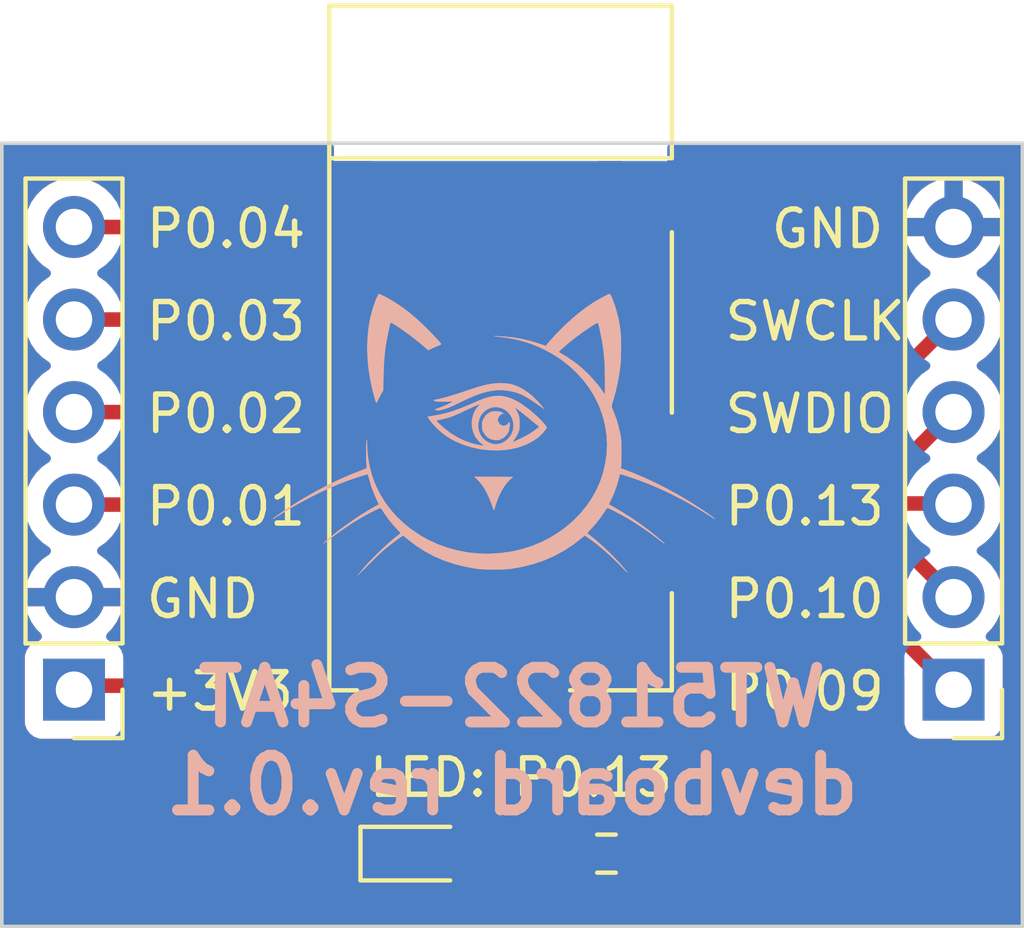
<source format=kicad_pcb>
(kicad_pcb (version 20240108) (generator "pcbnew") (generator_version "8.0")
  (title_block (title "WT51822-S4AT development board") (date "2024-05-29") (rev "0.1") (company "Yuri Volkov"))
  (layers (0 "F.Cu" signal) (31 "B.Cu" signal) (34 "B.Paste" user) (35 "F.Paste" user) (36 "B.SilkS" user "B.Silkscreen") (37 "F.SilkS" user "F.Silkscreen") (38 "B.Mask" user) (39 "F.Mask" user) (44 "Edge.Cuts" user))
  (net 0 "")
  (net 1 "Net-(J1-Pin_5)")
  (net 2 "Net-(J1-Pin_4)")
  (net 3 "Net-(J1-Pin_3)")
  (net 4 "Net-(J1-Pin_6)")
  (net 5 "Net-(J2-Pin_4)")
  (net 6 "Net-(J2-Pin_3)")
  (net 7 "Net-(J2-Pin_2)")
  (net 8 "Net-(J2-Pin_5)")
  (net 9 "Net-(J2-Pin_1)")
  (net 10 "Net-(D1-A)")
  (net 11 "GND")
  (net 12 "+3.3V")
  (footprint "Connector_PinHeader_2.54mm:PinHeader_1x06_P2.54mm_Vertical" (layer "F.Cu") (at 93.98 63.5 180)
    (property "Reference" "J1" (hide yes))
    (property "Value" "Conn_01x06_Male" (hide yes))
    (fp_line (start 1.33 1.27) (end 1.33 14.03) (stroke (width 0.12)) (layer "F.SilkS"))
    (fp_line (start -1.33 14.03) (end 1.33 14.03) (stroke (width 0.12)) (layer "F.SilkS"))
    (fp_line (start -1.33 1.27) (end 1.33 1.27) (stroke (width 0.12)) (layer "F.SilkS"))
    (fp_line (start -1.33 1.27) (end -1.33 14.03) (stroke (width 0.12)) (layer "F.SilkS"))
    (fp_line (start -1.33 0) (end -1.33 -1.33) (stroke (width 0.12)) (layer "F.SilkS"))
    (fp_line (start -1.33 -1.33) (end 0 -1.33) (stroke (width 0.12)) (layer "F.SilkS"))
    (pad "1" thru_hole rect (at 0 0 180) (size 1.7 1.7) (drill 1) (layers "*.Cu" "*.Mask") (net 12 "+3.3V"))
    (pad "2" thru_hole oval (at 0 2.54 180) (size 1.7 1.7) (drill 1) (layers "*.Cu" "*.Mask") (net 11 "GND"))
    (pad "3" thru_hole oval (at 0 5.08 180) (size 1.7 1.7) (drill 1) (layers "*.Cu" "*.Mask") (net 3 "Net-(J1-Pin_3)"))
    (pad "4" thru_hole oval (at 0 7.62 180) (size 1.7 1.7) (drill 1) (layers "*.Cu" "*.Mask") (net 2 "Net-(J1-Pin_4)"))
    (pad "5" thru_hole oval (at 0 10.16 180) (size 1.7 1.7) (drill 1) (layers "*.Cu" "*.Mask") (net 1 "Net-(J1-Pin_5)"))
    (pad "6" thru_hole oval (at 0 12.7 180) (size 1.7 1.7) (drill 1) (layers "*.Cu" "*.Mask") (net 4 "Net-(J1-Pin_6)"))
  )
  (footprint "Resistor_SMD:R_0603_1608Metric_Pad0.98x0.95mm_HandSolder" (layer "F.Cu") (at 108.5875 68 180)
    (property "Reference" "R1" (hide yes))
    (property "Value" "6.8k" (hide yes))
    (fp_line (start -0.254724 0.5225) (end 0.254724 0.5225) (stroke (width 0.12)) (layer "F.SilkS"))
    (fp_line (start -0.254724 -0.5225) (end 0.254724 -0.5225) (stroke (width 0.12)) (layer "F.SilkS"))
    (pad "1" smd roundrect (at -0.9125 0 180) (size 0.975 0.95) (layers "F.Cu" "F.Paste" "F.Mask") (net 6 "Net-(J2-Pin_3)"))
    (pad "2" smd roundrect (at 0.9125 0 180) (size 0.975 0.95) (layers "F.Cu" "F.Paste" "F.Mask") (net 10 "Net-(D1-A)"))
  )
  (footprint "Connector_PinHeader_2.54mm:PinHeader_1x06_P2.54mm_Vertical" (layer "F.Cu") (at 118.11 63.5 180)
    (property "Reference" "J2" (hide yes))
    (property "Value" "Conn_01x06_Male" (hide yes))
    (fp_line (start 1.33 1.27) (end 1.33 14.03) (stroke (width 0.12)) (layer "F.SilkS"))
    (fp_line (start -1.33 14.03) (end 1.33 14.03) (stroke (width 0.12)) (layer "F.SilkS"))
    (fp_line (start -1.33 1.27) (end 1.33 1.27) (stroke (width 0.12)) (layer "F.SilkS"))
    (fp_line (start -1.33 1.27) (end -1.33 14.03) (stroke (width 0.12)) (layer "F.SilkS"))
    (fp_line (start -1.33 0) (end -1.33 -1.33) (stroke (width 0.12)) (layer "F.SilkS"))
    (fp_line (start -1.33 -1.33) (end 0 -1.33) (stroke (width 0.12)) (layer "F.SilkS"))
    (pad "1" thru_hole rect (at 0 0 180) (size 1.7 1.7) (drill 1) (layers "*.Cu" "*.Mask") (net 9 "Net-(J2-Pin_1)"))
    (pad "2" thru_hole oval (at 0 2.54 180) (size 1.7 1.7) (drill 1) (layers "*.Cu" "*.Mask") (net 7 "Net-(J2-Pin_2)"))
    (pad "3" thru_hole oval (at 0 5.08 180) (size 1.7 1.7) (drill 1) (layers "*.Cu" "*.Mask") (net 6 "Net-(J2-Pin_3)"))
    (pad "4" thru_hole oval (at 0 7.62 180) (size 1.7 1.7) (drill 1) (layers "*.Cu" "*.Mask") (net 5 "Net-(J2-Pin_4)"))
    (pad "5" thru_hole oval (at 0 10.16 180) (size 1.7 1.7) (drill 1) (layers "*.Cu" "*.Mask") (net 8 "Net-(J2-Pin_5)"))
    (pad "6" thru_hole oval (at 0 12.7 180) (size 1.7 1.7) (drill 1) (layers "*.Cu" "*.Mask") (net 11 "GND"))
  )
  (footprint "nrf:WT51822-S4AT" (layer "F.Cu") (at 110.2545 63.39 90)
    (property "Reference" "U1" (hide yes))
    (property "Value" "WT51822-S4AT")
    (fp_line (start 18.669 -9.271) (end -0.127 -9.271) (stroke (width 0.12)) (layer "F.SilkS"))
    (fp_line (start -0.127 -8.509) (end -0.127 -9.271) (stroke (width 0.12)) (layer "F.SilkS"))
    (fp_line (start 18.669 0.127) (end 18.669 -9.271) (stroke (width 0.12)) (layer "F.SilkS"))
    (fp_line (start 14.478 0.127) (end 14.478 -9.271) (stroke (width 0.12)) (layer "F.SilkS"))
    (fp_line (start 14.478 0.127) (end 18.669 0.127) (stroke (width 0.12)) (layer "F.SilkS"))
    (fp_line (start 7.493 0.127) (end 12.446 0.127) (stroke (width 0.12)) (layer "F.SilkS"))
    (fp_line (start -0.127 0.127) (end -0.127 -2.667) (stroke (width 0.12)) (layer "F.SilkS"))
    (fp_line (start -0.127 0.127) (end 2.54 0.127) (stroke (width 0.12)) (layer "F.SilkS"))
    (pad "1" smd rect (at 0 -8.1 90) (size 1.27 0.5) (layers "F.Cu" "F.Paste" "F.Mask") (net 12 "+3.3V"))
    (pad "2" smd rect (at 0 -7.1 90) (size 1.27 0.5) (layers "F.Cu" "F.Paste" "F.Mask") (net 11 "GND"))
    (pad "3" smd rect (at 0 -6.1 90) (size 1.27 0.5) (layers "F.Cu" "F.Paste" "F.Mask") (net 3 "Net-(J1-Pin_3)"))
    (pad "4" smd rect (at 0 -5.1 90) (size 1.27 0.5) (layers "F.Cu" "F.Paste" "F.Mask") (net 2 "Net-(J1-Pin_4)"))
    (pad "5" smd rect (at 0 -4.1 90) (size 1.27 0.5) (layers "F.Cu" "F.Paste" "F.Mask") (net 1 "Net-(J1-Pin_5)"))
    (pad "6" smd rect (at 0 -3.1 90) (size 1.27 0.5) (layers "F.Cu" "F.Paste" "F.Mask") (net 4 "Net-(J1-Pin_6)"))
    (pad "7" smd rect (at 3 0) (size 1.27 0.5) (layers "F.Cu" "F.Paste" "F.Mask") (net 9 "Net-(J2-Pin_1)"))
    (pad "8" smd rect (at 4 0) (size 1.27 0.5) (layers "F.Cu" "F.Paste" "F.Mask") (net 7 "Net-(J2-Pin_2)"))
    (pad "9" smd rect (at 5 0) (size 1.27 0.5) (layers "F.Cu" "F.Paste" "F.Mask") (net 6 "Net-(J2-Pin_3)"))
    (pad "10" smd rect (at 6 0) (size 1.27 0.5) (layers "F.Cu" "F.Paste" "F.Mask") (net 5 "Net-(J2-Pin_4)"))
    (pad "11" smd rect (at 7 0) (size 1.27 0.5) (layers "F.Cu" "F.Paste" "F.Mask") (net 8 "Net-(J2-Pin_5)"))
    (pad "12" smd rect (at 12.9 0) (size 1.27 0.5) (layers "F.Cu" "F.Paste" "F.Mask") (net 11 "GND"))
    (pad "13" smd rect (at 14.05 0) (size 1.27 0.5) (layers "F.Cu" "F.Paste" "F.Mask") (net 11 "GND"))
    (zone (net 0) (net_name "") (layer "F.Cu") (connect_pads (clearance 0)) (min_thickness 0.01)
      (keepout (tracks not_allowed) (vias not_allowed) (pads not_allowed) (copperpour not_allowed) (footprints not_allowed))
      (fill (thermal_gap 0.508) (thermal_bridge_width 0.508))
      (polygon (pts (xy 102.2545 51.89) (xy 102.2545 48.99) (xy 108.2545 48.99) (xy 108.2545 51.89)))
    )
    (zone (net 0) (net_name "") (layers "*.Cu") (connect_pads (clearance 0)) (min_thickness 0.01)
      (keepout (tracks not_allowed) (vias not_allowed) (pads not_allowed) (copperpour not_allowed) (footprints not_allowed))
      (fill (thermal_gap 0.508) (thermal_bridge_width 0.508))
      (polygon (pts (xy 101.1105 48.99) (xy 101.1105 44.848) (xy 110.2545 44.848) (xy 110.2545 48.99)))
    )
  )
  (footprint "LED_SMD:LED_0603_1608Metric_Pad1.05x0.95mm_HandSolder" (layer "F.Cu") (at 103.5 68)
    (property "Reference" "D1" (hide yes))
    (property "Value" "DEBUG LED" (hide yes))
    (fp_line (start -1.66 -0.735) (end -1.66 0.735) (stroke (width 0.12)) (layer "F.SilkS"))
    (fp_line (start -1.66 0.735) (end 0.8 0.735) (stroke (width 0.12)) (layer "F.SilkS"))
    (fp_line (start 0.8 -0.735) (end -1.66 -0.735) (stroke (width 0.12)) (layer "F.SilkS"))
    (pad "1" smd roundrect (at -0.875 0) (size 1.05 0.95) (layers "F.Cu" "F.Paste" "F.Mask") (net 11 "GND"))
    (pad "2" smd roundrect (at 0.875 0) (size 1.05 0.95) (layers "F.Cu" "F.Paste" "F.Mask") (net 10 "Net-(D1-A)"))
  )
  (footprint "nrf:stamp" (layer "B.Cu") (at 105.5 56.5 180)
    (property "Reference" "G1" (hide yes))
    (property "Value" "stamp" (hide yes))
    (fp_poly (pts (xy 0.458332 -1.226539) (xy 0.368281 -1.322508) (xy 0.283772 -1.439083) (xy 0.2186 -1.5494) (xy 0.185082 -1.615752) (xy 0.147343 -1.698115) (xy 0.108825 -1.788281) (xy 0.072973 -1.878045) (xy 0.04323 -1.9592) (xy 0.030759 -1.997075) (xy 0.017653 -2.035641) (xy 0.006521 -2.062107) (xy 0.000697 -2.0701) (xy -0.006071 -2.058844) (xy -0.016941 -2.029235) (xy -0.029643 -1.987503) (xy -0.030519 -1.984375) (xy -0.081679 -1.824174) (xy -0.142817 -1.673336) (xy -0.212246 -1.534704) (xy -0.288282 -1.411123) (xy -0.36924 -1.305436) (xy -0.453434 -1.220488) (xy -0.508 -1.17848) (xy -0.514596 -1.173258) (xy -0.516076 -1.168953) (xy -0.510341 -1.165473) (xy -0.495293 -1.162726) (xy -0.468832 -1.16062) (xy -0.42886 -1.159064) (xy -0.373276 -1.157965) (xy -0.299983 -1.157231) (xy -0.20688 -1.156772) (xy -0.091869 -1.156494) (xy -0.002452 -1.156366) (xy 0.534847 -1.1557) (xy 0.458332 -1.226539)) (stroke (width 0.01)) (fill solid) (layer "B.SilkS"))
    (fp_poly (pts (xy 0.005726 0.64026) (xy 0.046027 0.63596) (xy 0.07924 0.626356) (xy 0.1145 0.609503) (xy 0.124875 0.603835) (xy 0.183205 0.565884) (xy 0.22924 0.521088) (xy 0.269778 0.462125) (xy 0.28919 0.426815) (xy 0.30611 0.390835) (xy 0.316294 0.35715) (xy 0.321361 0.317162) (xy 0.322935 0.262273) (xy 0.322973 0.24765) (xy 0.321929 0.188317) (xy 0.317736 0.145811) (xy 0.3088 0.111605) (xy 0.293528 0.077175) (xy 0.289751 0.06985) (xy 0.235566 -0.010725) (xy 0.166943 -0.076295) (xy 0.10342 -0.115183) (xy 0.045904 -0.134384) (xy -0.02283 -0.145845) (xy -0.091299 -0.148364) (xy -0.14605 -0.141275) (xy -0.22791 -0.107304) (xy -0.302245 -0.052522) (xy -0.363797 0.01858) (xy -0.39392 0.070305) (xy -0.407143 0.106634) (xy -0.418284 0.153604) (xy -0.42675 0.205353) (xy -0.431946 0.256018) (xy -0.433277 0.299736) (xy -0.430151 0.330645) (xy -0.421972 0.342882) (xy -0.421549 0.3429) (xy -0.407258 0.332412) (xy -0.400251 0.318131) (xy -0.380596 0.290471) (xy -0.344835 0.264976) (xy -0.302072 0.246902) (xy -0.267161 0.2413) (xy -0.209812 0.253346) (xy -0.16099 0.28804) (xy -0.125056 0.340568) (xy -0.109133 0.377893) (xy -0.105015 0.406505) (xy -0.111345 0.439415) (xy -0.113856 0.448024) (xy -0.137677 0.498111) (xy -0.173679 0.54018) (xy -0.215304 0.567605) (xy -0.238616 0.574096) (xy -0.257286 0.577305) (xy -0.259645 0.582864) (xy -0.243506 0.594195) (xy -0.2159 0.609665) (xy -0.181836 0.626) (xy -0.147644 0.635597) (xy -0.104654 0.640111) (xy -0.0508 0.641198) (xy 0.005726 0.64026)) (stroke (width 0.01)) (fill solid) (layer "B.SilkS"))
    (fp_poly (pts (xy -0.090236 1.410111) (xy -0.001797 1.40358) (xy 0.088402 1.391687) (xy 0.183877 1.373665) (xy 0.288142 1.348745) (xy 0.404713 1.316162) (xy 0.537105 1.275146) (xy 0.688834 1.224932) (xy 0.710673 1.217514) (xy 0.899843 1.154113) (xy 1.067558 1.100114) (xy 1.215733 1.054963) (xy 1.34628 1.018108) (xy 1.461113 0.988997) (xy 1.562146 0.967078) (xy 1.606529 0.958909) (xy 1.657309 0.950166) (xy 1.619229 0.929108) (xy 1.598812 0.92052) (xy 1.570882 0.914523) (xy 1.531063 0.910715) (xy 1.474981 0.908693) (xy 1.398263 0.908054) (xy 1.39065 0.90805) (xy 1.319746 0.908674) (xy 1.254409 0.910388) (xy 1.200502 0.912957) (xy 1.16389 0.916145) (xy 1.1557 0.917477) (xy 1.11125 0.926904) (xy 1.143 0.901265) (xy 1.180902 0.876155) (xy 1.2373 0.845806) (xy 1.306538 0.812836) (xy 1.38296 0.779868) (xy 1.460907 0.749519) (xy 1.501699 0.735123) (xy 1.551885 0.717112) (xy 1.590399 0.701279) (xy 1.612677 0.689632) (xy 1.615999 0.684865) (xy 1.594256 0.675803) (xy 1.559041 0.669396) (xy 1.522265 0.667361) (xy 1.50495 0.668854) (xy 1.437374 0.682363) (xy 1.371768 0.699155) (xy 1.304204 0.720732) (xy 1.230758 0.748601) (xy 1.147501 0.784263) (xy 1.050508 0.829225) (xy 0.935853 0.884988) (xy 0.919148 0.893257) (xy 0.723154 0.986646) (xy 0.543702 1.06379) (xy 0.378274 1.125233) (xy 0.224353 1.17152) (xy 0.079421 1.203195) (xy -0.05904 1.220804) (xy -0.193548 1.224889) (xy -0.32662 1.215997) (xy -0.460773 1.194671) (xy -0.467864 1.193224) (xy -0.551419 1.173967) (xy -0.63051 1.150937) (xy -0.708143 1.122565) (xy -0.787321 1.087286) (xy -0.87105 1.04353) (xy -0.962335 0.98973) (xy -1.06418 0.92432) (xy -1.17959 0.84573) (xy -1.3081 0.75488) (xy -1.37795 0.704854) (xy -1.3335 0.761635) (xy -1.205724 0.911356) (xy -1.07014 1.044886) (xy -0.929471 1.160011) (xy -0.786443 1.254513) (xy -0.643777 1.326178) (xy -0.635 1.329821) (xy -0.53561 1.366068) (xy -0.439338 1.390784) (xy -0.33788 1.40547) (xy -0.222933 1.41163) (xy -0.18043 1.412048) (xy -0.090236 1.410111)) (stroke (width 0.01)) (fill solid) (layer "B.SilkS"))
    (fp_poly (pts (xy 3.167043 3.849688) (xy 3.184286 3.819238) (xy 3.206346 3.773779) (xy 3.231021 3.717642) (xy 3.237384 3.702342) (xy 3.322299 3.46485) (xy 3.388516 3.212136) (xy 3.435946 2.946264) (xy 3.464503 2.669296) (xy 3.474099 2.383296) (xy 3.464648 2.090327) (xy 3.436062 1.792452) (xy 3.388254 1.491735) (xy 3.340253 1.267761) (xy 3.322365 1.195149) (xy 3.303145 1.121323) (xy 3.283778 1.05038) (xy 3.265448 0.986422) (xy 3.249339 0.933548) (xy 3.236638 0.895857) (xy 3.228528 0.87745) (xy 3.227138 0.8763) (xy 3.218102 0.886904) (xy 3.201234 0.915217) (xy 3.179569 0.95599) (xy 3.170185 0.974725) (xy 3.141335 1.031444) (xy 3.110167 1.089841) (xy 3.082893 1.13831) (xy 3.080122 1.143) (xy 3.038543 1.21285) (xy 3.030543 1.5748) (xy 3.02683 1.722134) (xy 3.022481 1.849319) (xy 3.017128 1.961607) (xy 3.010402 2.064246) (xy 3.001935 2.162488) (xy 2.991358 2.261583) (xy 2.978303 2.366781) (xy 2.971271 2.41935) (xy 2.962502 2.477465) (xy 2.950503 2.54815) (xy 2.93611 2.627295) (xy 2.92016 2.710789) (xy 2.903491 2.794522) (xy 2.886939 2.874382) (xy 2.871343 2.94626) (xy 2.857538 3.006044) (xy 2.846363 3.049624) (xy 2.838654 3.072889) (xy 2.837885 3.074314) (xy 2.823361 3.074713) (xy 2.791266 3.060857) (xy 2.743862 3.034358) (xy 2.683412 2.996829) (xy 2.612177 2.949883) (xy 2.532419 2.895131) (xy 2.446402 2.834188) (xy 2.356388 2.768665) (xy 2.264638 2.700175) (xy 2.173415 2.630331) (xy 2.084982 2.560745) (xy 2.0016 2.49303) (xy 1.925533 2.428798) (xy 1.8957 2.402707) (xy 1.80385 2.32139) (xy 1.655424 2.387377) (xy 1.59625 2.413534) (xy 1.543074 2.436763) (xy 1.50151 2.45463) (xy 1.477172 2.464701) (xy 1.476367 2.46501) (xy 1.454994 2.477527) (xy 1.449942 2.488242) (xy 1.462478 2.50751) (xy 1.490655 2.542052) (xy 1.53206 2.589278) (xy 1.584279 2.646595) (xy 1.644897 2.711415) (xy 1.711501 2.781145) (xy 1.781675 2.853195) (xy 1.853007 2.924975) (xy 1.901513 2.972867) (xy 2.095488 3.15556) (xy 2.283761 3.317819) (xy 2.470223 3.462726) (xy 2.658763 3.593367) (xy 2.78125 3.67027) (xy 2.842516 3.706136) (xy 2.908389 3.742779) (xy 2.974534 3.778) (xy 3.036615 3.8096) (xy 3.090299 3.835381) (xy 3.13125 3.853142) (xy 3.155134 3.860685) (xy 3.156819 3.8608) (xy 3.167043 3.849688)) (stroke (width 0.01)) (fill solid) (layer "B.SilkS"))
    (fp_poly (pts (xy 0.041337 1.050149) (xy 0.048151 1.048921) (xy 0.108614 1.036486) (xy 0.168955 1.020974) (xy 0.23329 1.000944) (xy 0.305738 0.974957) (xy 0.390417 0.941574) (xy 0.491444 0.899354) (xy 0.5588 0.870404) (xy 0.726529 0.798961) (xy 0.875619 0.738234) (xy 1.009855 0.687007) (xy 1.13302 0.644063) (xy 1.248899 0.608189) (xy 1.361276 0.578169) (xy 1.473936 0.552786) (xy 1.590663 0.530827) (xy 1.643302 0.522093) (xy 1.704796 0.51188) (xy 1.756714 0.50256) (xy 1.794172 0.495062) (xy 1.812283 0.490313) (xy 1.813109 0.489824) (xy 1.810615 0.47536) (xy 1.793215 0.445881) (xy 1.763571 0.404717) (xy 1.724344 0.355198) (xy 1.678195 0.300654) (xy 1.627786 0.244415) (xy 1.575779 0.189811) (xy 1.563238 0.177202) (xy 1.433656 0.058962) (xy 1.297135 -0.043167) (xy 1.146623 -0.134142) (xy 1.048832 -0.184384) (xy 0.829234 -0.277318) (xy 0.598456 -0.348901) (xy 0.359899 -0.398581) (xy 0.116965 -0.425807) (xy -0.126946 -0.430027) (xy -0.3556 -0.412332) (xy -0.546537 -0.37904) (xy -0.728877 -0.328724) (xy -0.79949 -0.301424) (xy 0.274105 -0.301424) (xy 0.285725 -0.30366) (xy 0.315262 -0.30101) (xy 0.365246 -0.29352) (xy 0.420037 -0.284349) (xy 0.608477 -0.240138) (xy 0.797596 -0.17259) (xy 0.984216 -0.083471) (xy 1.165162 0.025449) (xy 1.337259 0.152402) (xy 1.49733 0.29562) (xy 1.540748 0.339631) (xy 1.589246 0.39021) (xy 1.470898 0.412683) (xy 1.404346 0.427259) (xy 1.326796 0.447169) (xy 1.251102 0.469024) (xy 1.221702 0.478382) (xy 1.17145 0.495295) (xy 1.126503 0.511361) (xy 1.082407 0.528474) (xy 1.034713 0.548525) (xy 0.978969 0.573408) (xy 0.910724 0.605014) (xy 0.825525 0.645237) (xy 0.79375 0.660335) (xy 0.700909 0.704115) (xy 0.614944 0.743938) (xy 0.538504 0.778634) (xy 0.47424 0.807032) (xy 0.424804 0.827962) (xy 0.392846 0.840252) (xy 0.381017 0.842731) (xy 0.381 0.842615) (xy 0.388862 0.830322) (xy 0.409467 0.804876) (xy 0.438164 0.772002) (xy 0.509818 0.673927) (xy 0.561836 0.563372) (xy 0.593939 0.444302) (xy 0.60585 0.320682) (xy 0.59729 0.196476) (xy 0.567981 0.07565) (xy 0.517645 -0.037833) (xy 0.497336 -0.071508) (xy 0.44833 -0.137411) (xy 0.388872 -0.202466) (xy 0.327257 -0.258056) (xy 0.294492 -0.282115) (xy 0.27787 -0.294257) (xy 0.274105 -0.301424) (xy -0.79949 -0.301424) (xy -0.899693 -0.262685) (xy -1.056059 -0.182226) (xy -1.195049 -0.088648) (xy -1.308694 0.011589) (xy -1.336768 0.04222) (xy -1.368587 0.080075) (xy -1.399847 0.119594) (xy -1.426245 0.155212) (xy -1.443478 0.18137) (xy -1.4478 0.191394) (xy -1.438656 0.217348) (xy -1.240974 0.217348) (xy -1.232479 0.206846) (xy -1.206974 0.185251) (xy -1.168564 0.155587) (xy -1.121353 0.120881) (xy -1.069444 0.084159) (xy -1.016942 0.048447) (xy -0.974505 0.020887) (xy -0.92426 -0.008943) (xy -0.862476 -0.042734) (xy -0.793859 -0.078226) (xy -0.723119 -0.113155) (xy -0.654964 -0.145257) (xy -0.594103 -0.172271) (xy -0.545242 -0.191932) (xy -0.513092 -0.201979) (xy -0.509548 -0.202579) (xy -0.513649 -0.194295) (xy -0.529643 -0.172732) (xy -0.53827 -0.161925) (xy -0.588434 -0.091333) (xy -0.636425 -0.008146) (xy -0.67514 0.075318) (xy -0.675492 0.0762) (xy -0.687841 0.111525) (xy -0.696051 0.147903) (xy -0.700932 0.191856) (xy -0.70209 0.220308) (xy -0.538254 0.220308) (xy -0.521311 0.115714) (xy -0.484072 0.018139) (xy -0.428826 -0.069554) (xy -0.357867 -0.144505) (xy -0.273484 -0.203853) (xy -0.17797 -0.244737) (xy -0.073615 -0.264295) (xy -0.056644 -0.265239) (xy -0.023098 -0.262804) (xy 0.022971 -0.254989) (xy 0.057656 -0.246989) (xy 0.161249 -0.207983) (xy 0.249844 -0.150488) (xy 0.322301 -0.077306) (xy 0.377477 0.008765) (xy 0.414232 0.104925) (xy 0.431423 0.208372) (xy 0.427909 0.316308) (xy 0.402548 0.425933) (xy 0.366735 0.511068) (xy 0.331884 0.563093) (xy 0.281661 0.617912) (xy 0.223911 0.668007) (xy 0.166476 0.705864) (xy 0.159896 0.709268) (xy 0.060542 0.745849) (xy -0.03994 0.758928) (xy -0.138673 0.750083) (xy -0.23278 0.720895) (xy -0.319384 0.672942) (xy -0.395609 0.607804) (xy -0.458576 0.527062) (xy -0.505411 0.432294) (xy -0.532608 0.329061) (xy -0.538254 0.220308) (xy -0.70209 0.220308) (xy -0.703295 0.24991) (xy -0.703895 0.3048) (xy -0.702726 0.389436) (xy -0.697132 0.456714) (xy -0.685163 0.514555) (xy -0.664868 0.570882) (xy -0.634296 0.633616) (xy -0.613571 0.671612) (xy -0.568371 0.752674) (xy -0.625627 0.713281) (xy -0.653065 0.693385) (xy -0.692841 0.663254) (xy -0.740773 0.626197) (xy -0.792682 0.585522) (xy -0.844388 0.544539) (xy -0.89171 0.506557) (xy -0.930469 0.474884) (xy -0.956484 0.452828) (xy -0.9652 0.444483) (xy -0.977019 0.433919) (xy -1.004914 0.410835) (xy -1.044994 0.378405) (xy -1.093362 0.339802) (xy -1.1049 0.33066) (xy -1.154233 0.291226) (xy -1.19574 0.25729) (xy -1.225651 0.231991) (xy -1.240196 0.218469) (xy -1.240974 0.217348) (xy -1.438656 0.217348) (xy -1.438275 0.218427) (xy -1.411288 0.258887) (xy -1.369224 0.310349) (xy -1.314467 0.370387) (xy -1.249402 0.436577) (xy -1.176412 0.506493) (xy -1.097883 0.577709) (xy -1.016199 0.647801) (xy -0.933744 0.714343) (xy -0.93345 0.714572) (xy -0.77843 0.827524) (xy -0.631679 0.917779) (xy -0.49139 0.985951) (xy -0.355753 1.032659) (xy -0.222959 1.058516) (xy -0.091199 1.064141) (xy 0.041337 1.050149)) (stroke (width 0.01)) (fill solid) (layer "B.SilkS"))
    (fp_poly (pts (xy -3.153753 3.854776) (xy -3.115925 3.838168) (xy -3.064535 3.813174) (xy -3.003775 3.781994) (xy -2.93784 3.746825) (xy -2.870923 3.709865) (xy -2.807217 3.673315) (xy -2.750916 3.639371) (xy -2.748162 3.637651) (xy -2.54582 3.501699) (xy -2.338971 3.344932) (xy -2.131232 3.170598) (xy -1.926223 2.981947) (xy -1.727561 2.782229) (xy -1.538865 2.574693) (xy -1.456436 2.477531) (xy -1.420621 2.434337) (xy -1.323086 2.469214) (xy -1.058158 2.553899) (xy -0.789763 2.620251) (xy -0.522852 2.667289) (xy -0.262371 2.694032) (xy -0.1651 2.698701) (xy 0.00635 2.704186) (xy -0.15875 2.686092) (xy -0.403394 2.653189) (xy -0.630175 2.60938) (xy -0.844889 2.553007) (xy -1.053331 2.482412) (xy -1.261294 2.395936) (xy -1.395159 2.332316) (xy -1.637014 2.199276) (xy -1.865166 2.04777) (xy -2.078173 1.879314) (xy -2.274589 1.695423) (xy -2.452973 1.497613) (xy -2.611881 1.287398) (xy -2.749868 1.066294) (xy -2.865492 0.835816) (xy -2.90118 0.751301) (xy -2.990307 0.497087) (xy -3.05408 0.241357) (xy -3.0925 -0.015899) (xy -3.105566 -0.274691) (xy -3.09328 -0.535028) (xy -3.055642 -0.796921) (xy -2.992652 -1.060378) (xy -2.991216 -1.065374) (xy -2.908514 -1.30712) (xy -2.802881 -1.540173) (xy -2.675636 -1.763399) (xy -2.528098 -1.975665) (xy -2.361586 -2.175836) (xy -2.177418 -2.362779) (xy -1.976913 -2.535358) (xy -1.761391 -2.692441) (xy -1.532168 -2.832893) (xy -1.290566 -2.95558) (xy -1.037901 -3.059368) (xy -0.775494 -3.143123) (xy -0.504662 -3.205711) (xy -0.50165 -3.206276) (xy -0.200677 -3.250372) (xy 0.099097 -3.270164) (xy 0.396314 -3.26589) (xy 0.689614 -3.237787) (xy 0.977639 -3.186092) (xy 1.25903 -3.111043) (xy 1.532428 -3.012877) (xy 1.796475 -2.89183) (xy 2.021594 -2.76561) (xy 2.258562 -2.606762) (xy 2.476217 -2.432587) (xy 2.674039 -2.243978) (xy 2.851507 -2.041826) (xy 3.008102 -1.827026) (xy 3.143303 -1.600467) (xy 3.256589 -1.363043) (xy 3.347441 -1.115646) (xy 3.415339 -0.859168) (xy 3.459761 -0.594501) (xy 3.480188 -0.322538) (xy 3.481406 -0.262179) (xy 3.482135 -0.197963) (xy 3.482975 -0.157367) (xy 3.484295 -0.138609) (xy 3.486468 -0.139911) (xy 3.489863 -0.159491) (xy 3.494853 -0.195571) (xy 3.495026 -0.19685) (xy 3.497991 -0.233069) (xy 3.500048 -0.287909) (xy 3.501249 -0.356984) (xy 3.501648 -0.435909) (xy 3.501301 -0.520298) (xy 3.50026 -0.605766) (xy 3.49858 -0.687926) (xy 3.496314 -0.762395) (xy 3.493518 -0.824785) (xy 3.490245 -0.870712) (xy 3.486548 -0.895789) (xy 3.486404 -0.896262) (xy 3.484954 -0.907949) (xy 3.491233 -0.918557) (xy 3.508832 -0.930155) (xy 3.541348 -0.944813) (xy 3.592373 -0.9646) (xy 3.628135 -0.977868) (xy 3.929925 -1.0966) (xy 4.241653 -1.233682) (xy 4.55861 -1.386711) (xy 4.87609 -1.553285) (xy 5.189384 -1.731) (xy 5.493784 -1.917453) (xy 5.588 -1.978215) (xy 5.660671 -2.026148) (xy 5.735194 -2.076126) (xy 5.808568 -2.126053) (xy 5.877795 -2.173833) (xy 5.939876 -2.217366) (xy 5.991811 -2.254558) (xy 6.030602 -2.28331) (xy 6.05325 -2.301526) (xy 6.0579 -2.306803) (xy 6.056606 -2.30931) (xy 6.050424 -2.307579) (xy 6.035904 -2.299588) (xy 6.009595 -2.283317) (xy 5.968046 -2.256742) (xy 5.92455 -2.228666) (xy 5.660677 -2.06421) (xy 5.38651 -1.904896) (xy 5.106316 -1.752849) (xy 4.82436 -1.610194) (xy 4.54491 -1.479059) (xy 4.272231 -1.361569) (xy 4.010591 -1.25985) (xy 3.90525 -1.222422) (xy 3.822094 -1.19419) (xy 3.739652 -1.16697) (xy 3.661483 -1.14186) (xy 3.591145 -1.119955) (xy 3.532199 -1.102355) (xy 3.488202 -1.090156) (xy 3.462716 -1.084456) (xy 3.45787 -1.084496) (xy 3.453238 -1.097801) (xy 3.443868 -1.130784) (xy 3.431123 -1.178467) (xy 3.416468 -1.235483) (xy 3.354784 -1.444077) (xy 3.274605 -1.652394) (xy 3.220074 -1.772832) (xy 3.153017 -1.913715) (xy 3.230683 -1.956045) (xy 3.424276 -2.066544) (xy 3.625603 -2.190705) (xy 3.82975 -2.325054) (xy 4.031805 -2.466119) (xy 4.226855 -2.610427) (xy 4.409988 -2.754504) (xy 4.57629 -2.894877) (xy 4.64185 -2.953644) (xy 4.661867 -2.972151) (xy 4.673417 -2.983527) (xy 4.674901 -2.986661) (xy 4.664723 -2.980443) (xy 4.641287 -2.963762) (xy 4.602994 -2.935509) (xy 4.54825 -2.894572) (xy 4.475456 -2.839841) (xy 4.442641 -2.815129) (xy 4.366496 -2.758519) (xy 4.285231 -2.699378) (xy 4.205325 -2.642337) (xy 4.133258 -2.592024) (xy 4.080691 -2.556479) (xy 4.026342 -2.520463) (xy 3.979845 -2.489376) (xy 3.945196 -2.465911) (xy 3.926392 -2.452761) (xy 3.9243 -2.4511) (xy 3.90944 -2.440081) (xy 3.89255 -2.429256) (xy 3.866798 -2.413695) (xy 3.824891 -2.388529) (xy 3.772494 -2.357144) (xy 3.715276 -2.322931) (xy 3.658904 -2.289278) (xy 3.609046 -2.259573) (xy 3.571369 -2.237205) (xy 3.5687 -2.235626) (xy 3.533645 -2.215921) (xy 3.484222 -2.189484) (xy 3.425101 -2.158671) (xy 3.360954 -2.125836) (xy 3.296452 -2.093337) (xy 3.236266 -2.063528) (xy 3.185067 -2.038765) (xy 3.147527 -2.021405) (xy 3.129432 -2.014101) (xy 3.116325 -2.013493) (xy 3.101903 -2.021781) (xy 3.083303 -2.042139) (xy 3.05766 -2.077746) (xy 3.022113 -2.131775) (xy 3.019024 -2.136572) (xy 2.882063 -2.330883) (xy 2.724118 -2.520088) (xy 2.658887 -2.590481) (xy 2.553836 -2.700872) (xy 2.715193 -2.83) (xy 2.804375 -2.90397) (xy 2.902367 -2.989793) (xy 3.006031 -3.084369) (xy 3.112231 -3.184597) (xy 3.217832 -3.287375) (xy 3.319696 -3.389603) (xy 3.414688 -3.488178) (xy 3.49967 -3.579999) (xy 3.571508 -3.661965) (xy 3.627065 -3.730976) (xy 3.629186 -3.7338) (xy 3.660993 -3.773827) (xy 3.69573 -3.814175) (xy 3.700618 -3.819525) (xy 3.722245 -3.84389) (xy 3.733054 -3.85805) (xy 3.733116 -3.859589) (xy 3.723154 -3.850602) (xy 3.69747 -3.825643) (xy 3.658179 -3.786818) (xy 3.6074 -3.736234) (xy 3.547249 -3.675999) (xy 3.479844 -3.60822) (xy 3.429 -3.556931) (xy 3.351621 -3.479397) (xy 3.27436 -3.403117) (xy 3.200447 -3.3312) (xy 3.133115 -3.266755) (xy 3.075595 -3.212889) (xy 3.031118 -3.172711) (xy 3.01625 -3.159949) (xy 2.961522 -3.115165) (xy 2.896763 -3.063694) (xy 2.826229 -3.00877) (xy 2.75418 -2.953623) (xy 2.684874 -2.901485) (xy 2.622567 -2.855588) (xy 2.571518 -2.819164) (xy 2.535986 -2.795443) (xy 2.535967 -2.795432) (xy 2.489644 -2.766803) (xy 2.359247 -2.873731) (xy 2.127205 -3.049968) (xy 1.887038 -3.20434) (xy 1.63706 -3.337565) (xy 1.375583 -3.450361) (xy 1.100922 -3.543448) (xy 0.811388 -3.617543) (xy 0.505296 -3.673366) (xy 0.4699 -3.678513) (xy 0.375021 -3.688867) (xy 0.261127 -3.696296) (xy 0.134433 -3.700798) (xy 0.001156 -3.702369) (xy -0.132489 -3.701008) (xy -0.260286 -3.696711) (xy -0.376018 -3.689476) (xy -0.473471 -3.6793) (xy -0.47625 -3.678922) (xy -0.790263 -3.623851) (xy -1.091857 -3.546667) (xy -1.38098 -3.447389) (xy -1.657581 -3.32604) (xy -1.92161 -3.182641) (xy -2.173016 -3.017215) (xy -2.349141 -2.882068) (xy -2.49116 -2.766089) (xy -2.594955 -2.836659) (xy -2.779391 -2.970418) (xy -2.972852 -3.126939) (xy -3.174565 -3.305552) (xy -3.383757 -3.505585) (xy -3.494152 -3.616735) (xy -3.551962 -3.675439) (xy -3.599798 -3.723082) (xy -3.636171 -3.758263) (xy -3.659595 -3.779582) (xy -3.668578 -3.785639) (xy -3.661634 -3.775032) (xy -3.659111 -3.7719) (xy -3.461703 -3.541999) (xy -3.247432 -3.315036) (xy -3.022517 -3.097152) (xy -2.793176 -2.894487) (xy -2.663733 -2.788827) (xy -2.552833 -2.701104) (xy -2.664363 -2.585627) (xy -2.802131 -2.43156) (xy -2.932731 -2.263471) (xy -3.02984 -2.120587) (xy -3.063237 -2.069127) (xy -3.087067 -2.036266) (xy -3.104491 -2.018621) (xy -3.118669 -2.01281) (xy -3.129201 -2.014221) (xy -3.157594 -2.025573) (xy -3.204058 -2.047209) (xy -3.264507 -2.076997) (xy -3.334853 -2.112806) (xy -3.41101 -2.152502) (xy -3.488891 -2.193955) (xy -3.564409 -2.235033) (xy -3.633476 -2.273603) (xy -3.692007 -2.307533) (xy -3.6957 -2.309737) (xy -3.97984 -2.48802) (xy -4.259628 -2.679747) (xy -4.51485 -2.870167) (xy -4.584117 -2.92363) (xy -4.634145 -2.96108) (xy -4.665165 -2.982815) (xy -4.67741 -2.989135) (xy -4.67111 -2.980337) (xy -4.646497 -2.956719) (xy -4.603803 -2.918581) (xy -4.54326 -2.866219) (xy -4.465099 -2.799934) (xy -4.45135 -2.788372) (xy -4.234569 -2.614572) (xy -3.998934 -2.440931) (xy -3.750657 -2.271737) (xy -3.495946 -2.111277) (xy -3.326081 -2.011529) (xy -3.153311 -1.913105) (xy -3.220222 -1.772527) (xy -3.304223 -1.580959) (xy -3.371133 -1.393526) (xy -3.415058 -1.23896) (xy -3.430076 -1.180952) (xy -3.443085 -1.132631) (xy -3.452721 -1.098923) (xy -3.457625 -1.084754) (xy -3.457697 -1.08467) (xy -3.472975 -1.085087) (xy -3.508926 -1.093479) (xy -3.562477 -1.108804) (xy -3.630554 -1.130018) (xy -3.710085 -1.15608) (xy -3.797998 -1.185948) (xy -3.891218 -1.218578) (xy -3.986674 -1.252929) (xy -4.081293 -1.287958) (xy -4.172 -1.322623) (xy -4.24815 -1.352808) (xy -4.538001 -1.475349) (xy -4.819028 -1.605203) (xy -5.096332 -1.745029) (xy -5.375015 -1.897485) (xy -5.660179 -2.06523) (xy -5.8928 -2.209929) (xy -5.9555 -2.249745) (xy -5.999924 -2.277749) (xy -6.029215 -2.295788) (xy -6.046513 -2.30571) (xy -6.054959 -2.309361) (xy -6.057693 -2.308587) (xy -6.0579 -2.306996) (xy -6.047979 -2.297635) (xy -6.020484 -2.276389) (xy -5.978818 -2.245695) (xy -5.926382 -2.207992) (xy -5.86658 -2.165718) (xy -5.802814 -2.121311) (xy -5.738486 -2.077208) (xy -5.715 -2.061304) (xy -5.40445 -1.860343) (xy -5.081584 -1.667655) (xy -4.751099 -1.485672) (xy -4.417688 -1.316824) (xy -4.086047 -1.163545) (xy -3.76087 -1.028266) (xy -3.610128 -0.971052) (xy -3.480106 -0.923311) (xy -3.489478 -0.87123) (xy -3.491986 -0.84458) (xy -3.494185 -0.79655) (xy -3.495988 -0.73116) (xy -3.497304 -0.652429) (xy -3.498044 -0.564377) (xy -3.498148 -0.4826) (xy -3.497765 -0.378346) (xy -3.496896 -0.294922) (xy -3.495228 -0.227756) (xy -3.492449 -0.172278) (xy -3.488249 -0.123918) (xy -3.482315 -0.078104) (xy -3.474337 -0.030266) (xy -3.464001 0.024166) (xy -3.463388 0.027294) (xy -3.415571 0.235553) (xy -3.356119 0.435598) (xy -3.288833 0.61595) (xy -3.266397 0.670723) (xy -3.24744 0.718963) (xy -3.234328 0.754533) (xy -3.229774 0.769117) (xy -3.230968 0.792033) (xy -3.239089 0.832256) (xy -3.252648 0.883129) (xy -3.262504 0.915167) (xy -3.332704 1.158375) (xy -3.360734 1.28104) (xy -3.048371 1.28104) (xy -3.047967 1.211623) (xy -3.04708 1.156876) (xy -3.045681 1.120228) (xy -3.043737 1.105106) (xy -3.043449 1.1049) (xy -3.034751 1.114663) (xy -3.016227 1.14031) (xy -2.991816 1.176376) (xy -2.990795 1.177925) (xy -2.909042 1.292752) (xy -2.81063 1.415688) (xy -2.700446 1.541391) (xy -2.583377 1.66452) (xy -2.46431 1.779732) (xy -2.348132 1.881688) (xy -2.34315 1.885796) (xy -2.251132 1.958141) (xy -2.148966 2.032843) (xy -2.043998 2.104849) (xy -1.94357 2.169105) (xy -1.86274 2.216353) (xy -1.822305 2.2398) (xy -1.79236 2.259492) (xy -1.778394 2.271762) (xy -1.778 2.272944) (xy -1.787337 2.285163) (xy -1.813248 2.3107) (xy -1.85259 2.346864) (xy -1.902216 2.390964) (xy -1.958983 2.440311) (xy -2.019744 2.492214) (xy -2.081354 2.543983) (xy -2.140669 2.592926) (xy -2.194544 2.636354) (xy -2.239832 2.671576) (xy -2.268616 2.692629) (xy -2.289307 2.707321) (xy -2.325388 2.733236) (xy -2.371707 2.766664) (xy -2.421016 2.802374) (xy -2.482736 2.84608) (xy -2.556518 2.896698) (xy -2.63283 2.947766) (xy -2.698236 2.990331) (xy -2.755357 3.027516) (xy -2.797211 3.053717) (xy -2.827 3.067058) (xy -2.847925 3.065663) (xy -2.86319 3.047657) (xy -2.875995 3.011162) (xy -2.889544 2.954302) (xy -2.907039 2.875202) (xy -2.908927 2.866882) (xy -2.960762 2.613483) (xy -2.999798 2.361958) (xy -3.02761 2.10151) (xy -3.035404 2.00025) (xy -3.037952 1.953084) (xy -3.040294 1.889731) (xy -3.042401 1.813621) (xy -3.044242 1.728181) (xy -3.045786 1.636841) (xy -3.047001 1.543028) (xy -3.047858 1.450171) (xy -3.048325 1.361699) (xy -3.048371 1.28104) (xy -3.360734 1.28104) (xy -3.393059 1.422493) (xy -3.442976 1.704777) (xy -3.462472 1.8415) (xy -3.469817 1.913343) (xy -3.475929 2.005329) (xy -3.480737 2.112229) (xy -3.484165 2.228812) (xy -3.48614 2.34985) (xy -3.48659 2.470111) (xy -3.485439 2.584366) (xy -3.482614 2.687386) (xy -3.478042 2.773939) (xy -3.475971 2.799871) (xy -3.453104 2.981714) (xy -3.416999 3.17406) (xy -3.369885 3.367267) (xy -3.313989 3.551691) (xy -3.280686 3.6449) (xy -3.246544 3.731868) (xy -3.218885 3.795591) (xy -3.197137 3.837223) (xy -3.180729 3.857921) (xy -3.173825 3.8608) (xy -3.153753 3.854776)) (stroke (width 0.01)) (fill solid) (layer "B.SilkS"))
  )
  (gr_line (start 120 70) (end 92 70) (stroke (width 0.1)) (layer "Edge.Cuts"))
  (gr_line (start 92 70) (end 92 48.5) (stroke (width 0.1)) (layer "Edge.Cuts"))
  (gr_line (start 92 48.5) (end 120 48.5) (stroke (width 0.1)) (layer "Edge.Cuts"))
  (gr_line (start 120 48.5) (end 120 70) (stroke (width 0.1)) (layer "Edge.Cuts"))
  (gr_text "WT51822-S4AT\ndevboard rev.0.1" (at 106 67 0) (layer "B.SilkS") (effects (font (size 1.5 1.5) (thickness 0.3) (bold yes)) (justify bottom mirror)))
  (gr_text "GND" (at 95.885 61.595 0) (layer "F.SilkS") (effects (font (size 1 1)) (justify left bottom)))
  (gr_text "+3V3" (at 95.885 64.135 0) (layer "F.SilkS") (effects (font (size 1 1)) (justify left bottom)))
  (gr_text "P0.10" (at 111.76 61.595 0) (layer "F.SilkS") (effects (font (size 1 1)) (justify left bottom)))
  (gr_text "LED: P0.13" (at 102 66.5 0) (layer "F.SilkS") (effects (font (size 1 1)) (justify left bottom)))
  (gr_text "GND" (at 113.03 51.435 0) (layer "F.SilkS") (effects (font (size 1 1)) (justify left bottom)))
  (gr_text "P0.04" (at 95.885 51.435 0) (layer "F.SilkS") (effects (font (size 1 1)) (justify left bottom)))
  (gr_text "SWCLK" (at 111.76 53.975 0) (layer "F.SilkS") (effects (font (size 1 1)) (justify left bottom)))
  (gr_text "P0.03" (at 95.885 53.975 0) (layer "F.SilkS") (effects (font (size 1 1)) (justify left bottom)))
  (gr_text "P0.13" (at 111.76 59.055 0) (layer "F.SilkS") (effects (font (size 1 1)) (justify left bottom)))
  (gr_text "P0.09" (at 111.76 64.135 0) (layer "F.SilkS") (effects (font (size 1 1)) (justify left bottom)))
  (gr_text "P0.02" (at 95.885 56.515 0) (layer "F.SilkS") (effects (font (size 1 1)) (justify left bottom)))
  (gr_text "SWDIO" (at 111.76 56.515 0) (layer "F.SilkS") (effects (font (size 1 1)) (justify left bottom)))
  (gr_text "P0.01" (at 95.885 59.055 0) (layer "F.SilkS") (effects (font (size 1 1)) (justify left bottom)))
  (segment (start 98.84 53.34) (end 93.98 53.34) (width 0.4) (layer "F.Cu") (net 1))
  (segment (start 106.1545 60.6545) (end 98.84 53.34) (width 0.4) (layer "F.Cu") (net 1))
  (segment (start 106.1545 63.39) (end 106.1545 60.6545) (width 0.4) (layer "F.Cu") (net 1))
  (segment (start 105.1545 63.39) (end 105.1545 61.1545) (width 0.4) (layer "F.Cu") (net 2))
  (segment (start 99.88 55.88) (end 93.98 55.88) (width 0.4) (layer "F.Cu") (net 2))
  (segment (start 105.1545 61.1545) (end 99.88 55.88) (width 0.4) (layer "F.Cu") (net 2))
  (segment (start 104.1545 63.39) (end 104.1545 61.503028) (width 0.4) (layer "F.Cu") (net 3))
  (segment (start 104.1545 61.503028) (end 101.071472 58.42) (width 0.4) (layer "F.Cu") (net 3))
  (segment (start 101.071472 58.42) (end 93.98 58.42) (width 0.4) (layer "F.Cu") (net 3))
  (segment (start 107.1545 63.39) (end 107.1545 60.1545) (width 0.4) (layer "F.Cu") (net 4))
  (segment (start 107.1545 60.1545) (end 97.8 50.8) (width 0.4) (layer "F.Cu") (net 4))
  (segment (start 97.8 50.8) (end 93.98 50.8) (width 0.4) (layer "F.Cu") (net 4))
  (segment (start 110.2545 57.39) (end 116.6 57.39) (width 0.4) (layer "F.Cu") (net 5))
  (segment (start 116.6 57.39) (end 118.11 55.88) (width 0.4) (layer "F.Cu") (net 5))
  (segment (start 108.5 59) (end 108.5 66) (width 0.4) (layer "F.Cu") (net 6))
  (segment (start 109.11 58.39) (end 108.5 59) (width 0.4) (layer "F.Cu") (net 6))
  (segment (start 110.2545 58.39) (end 109.11 58.39) (width 0.4) (layer "F.Cu") (net 6))
  (segment (start 118.08 58.39) (end 118.11 58.42) (width 0.4) (layer "F.Cu") (net 6))
  (segment (start 109.5 67) (end 109.5 68) (width 0.4) (layer "F.Cu") (net 6))
  (segment (start 108.5 66) (end 109.5 67) (width 0.4) (layer "F.Cu") (net 6))
  (segment (start 110.2545 58.39) (end 118.08 58.39) (width 0.4) (layer "F.Cu") (net 6))
  (segment (start 116.54 59.39) (end 118.11 60.96) (width 0.4) (layer "F.Cu") (net 7))
  (segment (start 110.2545 59.39) (end 116.54 59.39) (width 0.4) (layer "F.Cu") (net 7))
  (segment (start 115.06 56.39) (end 118.11 53.34) (width 0.4) (layer "F.Cu") (net 8))
  (segment (start 110.2545 56.39) (end 115.06 56.39) (width 0.4) (layer "F.Cu") (net 8))
  (segment (start 115 60.39) (end 118.11 63.5) (width 0.4) (layer "F.Cu") (net 9))
  (segment (start 110.2545 60.39) (end 115 60.39) (width 0.4) (layer "F.Cu") (net 9))
  (segment (start 107.675 68) (end 104.375 68) (width 0.4) (layer "F.Cu") (net 10))
  (segment (start 102.1545 63.39) (end 94.09 63.39) (width 0.4) (layer "F.Cu") (net 12))
  (segment (start 94.09 63.39) (end 93.98 63.5) (width 0.4) (layer "F.Cu") (net 12))
  (zone (net 11) (net_name "GND") (layer "F.Cu") (connect_pads (clearance 0.5)) (min_thickness 0.25) (fill yes (thermal_gap 0.5) (thermal_bridge_width 0.5))
    (polygon (pts (xy 92 48.5) (xy 120 48.5) (xy 120 70) (xy 92 70)))
  )
  (zone (net 11) (net_name "GND") (layer "B.Cu") (priority 1) (connect_pads (clearance 0.5)) (min_thickness 0.25) (fill yes (thermal_gap 0.5) (thermal_bridge_width 0.5))
    (polygon (pts (xy 92 48.5) (xy 120 48.5) (xy 120 70) (xy 92 70)))
  )
)
</source>
